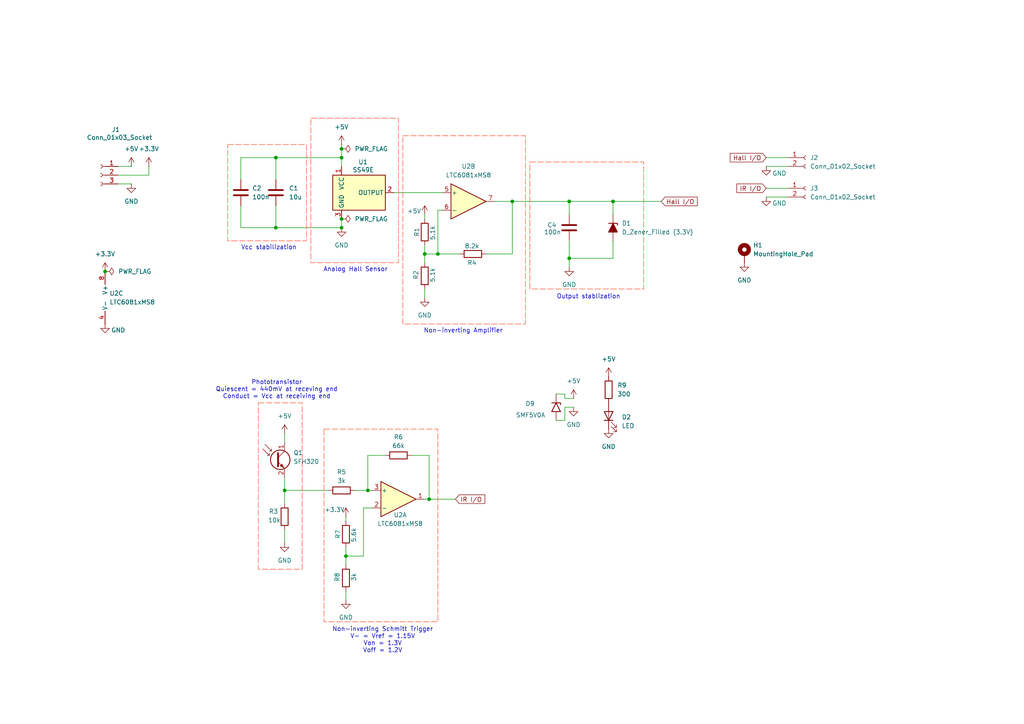
<source format=kicad_sch>
(kicad_sch (version 20250114) (generator "eeschema") (generator_version "9.0")
  (paper "A4")
  (lib_symbols
    (symbol "Amplifier_Operational:LTC6081xMS8" (pin_names (offset 0.127))
      (property "Reference" "U" (at 0 5.08 0))
      (property "Value" "LTC6081xMS8" (at 0 -5.08 0))
      (symbol "LTC6081xMS8_1_1"
        (polyline (pts (xy -5.08 5.08) (xy 5.08 0) (xy -5.08 -5.08) (xy -5.08 5.08)) (stroke (width 0.254)) (fill (type background)))
        (pin input line (at -7.62 2.54 0) (length 2.54) (name "+") (number "3"))
        (pin input line (at -7.62 -2.54 0) (length 2.54) (name "-") (number "2"))
        (pin output line (at 7.62 0 180) (length 2.54) (name "~") (number "1"))
      )
      (symbol "LTC6081xMS8_2_1"
        (polyline (pts (xy -5.08 5.08) (xy 5.08 0) (xy -5.08 -5.08) (xy -5.08 5.08)) (stroke (width 0.254)) (fill (type background)))
        (pin input line (at -7.62 2.54 0) (length 2.54) (name "+") (number "5"))
        (pin input line (at -7.62 -2.54 0) (length 2.54) (name "-") (number "6"))
        (pin output line (at 7.62 0 180) (length 2.54) (name "~") (number "7"))
      )
      (symbol "LTC6081xMS8_3_1"
        (pin power_in line (at -2.54 7.62 270) (length 3.81) (name "V+") (number "8"))
        (pin power_in line (at -2.54 -7.62 90) (length 3.81) (name "V-") (number "4"))
      )
    )
    (symbol "Connector:Conn_01x02_Socket" (pin_names (offset 1.016) (hide yes))
      (property "Reference" "J" (at 0 2.54 0))
      (property "Value" "Conn_01x02_Socket" (at 0 -5.08 0))
      (symbol "Conn_01x02_Socket_1_1"
        (polyline (pts (xy -1.27 0) (xy -0.508 0)) (stroke (width 0.1524)))
        (polyline (pts (xy -1.27 -2.54) (xy -0.508 -2.54)) (stroke (width 0.1524)))
        (arc (start 0 -0.508) (mid -0.5058 0) (end 0 0.508) (stroke (width 0.1524)))
        (arc (start 0 -3.048) (mid -0.5058 -2.54) (end 0 -2.032) (stroke (width 0.1524)))
        (pin passive line (at -5.08 0 0) (length 3.81) (name "Pin_1") (number "1"))
        (pin passive line (at -5.08 -2.54 0) (length 3.81) (name "Pin_2") (number "2"))
      )
    )
    (symbol "Connector:Conn_01x03_Socket" (pin_names (offset 1.016) (hide yes))
      (property "Reference" "J" (at 0 5.08 0))
      (property "Value" "Conn_01x03_Socket" (at 0 -5.08 0))
      (symbol "Conn_01x03_Socket_1_1"
        (polyline (pts (xy -1.27 2.54) (xy -0.508 2.54)) (stroke (width 0.1524)))
        (polyline (pts (xy -1.27 0) (xy -0.508 0)) (stroke (width 0.1524)))
        (polyline (pts (xy -1.27 -2.54) (xy -0.508 -2.54)) (stroke (width 0.1524)))
        (arc (start 0 2.032) (mid -0.5058 2.54) (end 0 3.048) (stroke (width 0.1524)))
        (arc (start 0 -0.508) (mid -0.5058 0) (end 0 0.508) (stroke (width 0.1524)))
        (arc (start 0 -3.048) (mid -0.5058 -2.54) (end 0 -2.032) (stroke (width 0.1524)))
        (pin passive line (at -5.08 2.54 0) (length 3.81) (name "Pin_1") (number "1"))
        (pin passive line (at -5.08 0 0) (length 3.81) (name "Pin_2") (number "2"))
        (pin passive line (at -5.08 -2.54 0) (length 3.81) (name "Pin_3") (number "3"))
      )
    )
    (symbol "Device:C" (pin_numbers (hide yes)) (pin_names (offset 0.254))
      (property "Reference" "C" (at 0.635 2.54 0))
      (property "Value" "C" (at 0.635 -2.54 0))
      (symbol "C_0_1"
        (polyline (pts (xy -2.032 0.762) (xy 2.032 0.762)) (stroke (width 0.508)))
        (polyline (pts (xy -2.032 -0.762) (xy 2.032 -0.762)) (stroke (width 0.508)))
      )
      (symbol "C_1_1"
        (pin passive line (at 0 3.81 270) (length 2.794) (name "~") (number "1"))
        (pin passive line (at 0 -3.81 90) (length 2.794) (name "~") (number "2"))
      )
    )
    (symbol "Device:D_Zener_Filled" (pin_numbers (hide yes)) (pin_names (offset 1.016) (hide yes))
      (property "Reference" "D" (at 0 2.54 0))
      (property "Value" "D_Zener_Filled" (at 0 -2.54 0))
      (symbol "D_Zener_Filled_0_1"
        (polyline (pts (xy -1.27 -1.27) (xy -1.27 1.27) (xy -0.762 1.27)) (stroke (width 0.254)))
        (polyline (pts (xy 1.27 0) (xy -1.27 0)))
        (polyline (pts (xy 1.27 -1.27) (xy 1.27 1.27) (xy -1.27 0) (xy 1.27 -1.27)) (stroke (width 0.254)) (fill (type outline)))
      )
      (symbol "D_Zener_Filled_1_1"
        (pin passive line (at -3.81 0 0) (length 2.54) (name "K") (number "1"))
        (pin passive line (at 3.81 0 180) (length 2.54) (name "A") (number "2"))
      )
    )
    (symbol "Device:LED" (pin_numbers (hide yes)) (pin_names (offset 1.016) (hide yes))
      (property "Reference" "D" (at 0 2.54 0))
      (property "Value" "LED" (at 0 -2.54 0))
      (symbol "LED_0_1"
        (polyline (pts (xy -3.048 -0.762) (xy -4.572 -2.286) (xy -3.81 -2.286) (xy -4.572 -2.286) (xy -4.572 -1.524)))
        (polyline (pts (xy -1.778 -0.762) (xy -3.302 -2.286) (xy -2.54 -2.286) (xy -3.302 -2.286) (xy -3.302 -1.524)))
        (polyline (pts (xy -1.27 0) (xy 1.27 0)))
        (polyline (pts (xy -1.27 -1.27) (xy -1.27 1.27)) (stroke (width 0.254)))
        (polyline (pts (xy 1.27 -1.27) (xy 1.27 1.27) (xy -1.27 0) (xy 1.27 -1.27)) (stroke (width 0.254)))
      )
      (symbol "LED_1_1"
        (pin passive line (at -3.81 0 0) (length 2.54) (name "K") (number "1"))
        (pin passive line (at 3.81 0 180) (length 2.54) (name "A") (number "2"))
      )
    )
    (symbol "Device:R" (pin_numbers (hide yes)) (pin_names (offset 0))
      (property "Reference" "R" (at 2.032 0 90))
      (property "Value" "R" (at 0 0 90))
      (symbol "R_0_1"
        (rectangle (start -1.016 -2.54) (end 1.016 2.54) (stroke (width 0.254)))
      )
      (symbol "R_1_1"
        (pin passive line (at 0 3.81 270) (length 1.27) (name "~") (number "1"))
        (pin passive line (at 0 -3.81 90) (length 1.27) (name "~") (number "2"))
      )
    )
    (symbol "Diode:SMF5V0A" (pin_numbers (hide yes)) (pin_names (offset 1.016) (hide yes))
      (property "Reference" "D" (at 0 2.54 0))
      (property "Value" "SMF5V0A" (at 0 -2.54 0))
      (symbol "SMF5V0A_0_1"
        (polyline (pts (xy -0.762 1.27) (xy -1.27 1.27) (xy -1.27 -1.27)) (stroke (width 0.254)))
        (polyline (pts (xy 1.27 1.27) (xy 1.27 -1.27) (xy -1.27 0) (xy 1.27 1.27)) (stroke (width 0.254)))
      )
      (symbol "SMF5V0A_1_1"
        (pin passive line (at -3.81 0 0) (length 2.54) (name "A1") (number "1"))
        (pin passive line (at 3.81 0 180) (length 2.54) (name "A2") (number "2"))
      )
    )
    (symbol "Mechanical:MountingHole_Pad" (pin_numbers (hide yes)) (pin_names (offset 1.016) (hide yes)) (in_bom no)
      (property "Reference" "H" (at 0 6.35 0))
      (property "Value" "MountingHole_Pad" (at 0 4.445 0))
      (symbol "MountingHole_Pad_0_1"
        (circle (center 0 1.27) (radius 1.27) (stroke (width 1.27)))
      )
      (symbol "MountingHole_Pad_1_1"
        (pin input line (at 0 -2.54 90) (length 2.54) (name "1") (number "1"))
      )
    )
    (symbol "Sensor_Magnetic:SM351LT"
      (property "Reference" "U" (at 5.08 8.89 0))
      (property "Value" "SM351LT" (at 2.54 6.35 0))
      (symbol "SM351LT_0_1"
        (rectangle (start 7.62 5.08) (end -7.62 -5.08) (stroke (width 0.254)) (fill (type background)))
      )
      (symbol "SM351LT_1_1"
        (pin power_in line (at -5.08 7.62 270) (length 2.54) (name "VCC") (number "1"))
        (pin power_in line (at -5.08 -7.62 90) (length 2.54) (name "GND") (number "3"))
        (pin output line (at 10.16 0 180) (length 2.54) (name "OUTPUT") (number "2"))
      )
    )
    (symbol "Sensor_Optical:SFH320" (pin_names (offset 0) (hide yes))
      (property "Reference" "Q" (at 5.08 1.27 0))
      (property "Value" "SFH320" (at 5.08 -1.27 0))
      (symbol "SFH320_0_1"
        (polyline (pts (xy -3.81 3.175) (xy -1.905 1.27) (xy -1.905 1.905)))
        (polyline (pts (xy -3.175 4.445) (xy -1.27 2.54) (xy -1.27 3.175)))
        (polyline (pts (xy -1.905 1.27) (xy -2.54 1.27)))
        (polyline (pts (xy -1.27 2.54) (xy -1.905 2.54)))
        (polyline (pts (xy 0.635 1.905) (xy 0.635 -1.905) (xy 0.635 -1.905)) (stroke (width 0.508)))
        (polyline (pts (xy 0.635 0.635) (xy 2.54 2.54)))
        (polyline (pts (xy 0.635 -0.635) (xy 2.54 -2.54) (xy 2.54 -2.54)))
        (circle (center 1.27 0) (radius 2.8194) (stroke (width 0.254)))
        (polyline (pts (xy 1.27 -1.778) (xy 1.778 -1.27) (xy 2.286 -2.286) (xy 1.27 -1.778) (xy 1.27 -1.778)) (fill (type outline)))
      )
      (symbol "SFH320_1_1"
        (pin passive line (at 2.54 5.08 270) (length 2.54) (name "C") (number "1"))
        (pin passive line (at 2.54 -5.08 90) (length 2.54) (name "E") (number "2"))
      )
    )
    (symbol "power:+3.3V" (power) (pin_numbers (hide yes)) (pin_names (offset 0) (hide yes))
      (property "Value" "+3.3V" (at 0 3.556 0))
      (symbol "+3.3V_0_1"
        (polyline (pts (xy -0.762 1.27) (xy 0 2.54)))
        (polyline (pts (xy 0 2.54) (xy 0.762 1.27)))
        (polyline (pts (xy 0 0) (xy 0 2.54)))
      )
      (symbol "+3.3V_1_1"
        (pin power_in line (at 0 0 90) (length 0) (name "~") (number "1"))
      )
    )
    (symbol "power:+5V" (power) (pin_numbers (hide yes)) (pin_names (offset 0) (hide yes))
      (property "Value" "+5V" (at 0 3.556 0))
      (symbol "+5V_0_1"
        (polyline (pts (xy -0.762 1.27) (xy 0 2.54)))
        (polyline (pts (xy 0 2.54) (xy 0.762 1.27)))
        (polyline (pts (xy 0 0) (xy 0 2.54)))
      )
      (symbol "+5V_1_1"
        (pin power_in line (at 0 0 90) (length 0) (name "~") (number "1"))
      )
    )
    (symbol "power:GND" (power) (pin_numbers (hide yes)) (pin_names (offset 0) (hide yes))
      (property "Value" "GND" (at 0 -3.81 0))
      (symbol "GND_0_1"
        (polyline (pts (xy 0 0) (xy 0 -1.27) (xy 1.27 -1.27) (xy 0 -2.54) (xy -1.27 -1.27) (xy 0 -1.27)))
      )
      (symbol "GND_1_1"
        (pin power_in line (at 0 0 270) (length 0) (name "~") (number "1"))
      )
    )
    (symbol "power:PWR_FLAG" (power) (pin_numbers (hide yes)) (pin_names (offset 0) (hide yes))
      (property "Value" "PWR_FLAG" (at 0 3.81 0))
      (symbol "PWR_FLAG_0_0"
        (pin power_out line (at 0 0 90) (length 0) (name "~") (number "1"))
      )
      (symbol "PWR_FLAG_0_1"
        (polyline (pts (xy 0 0) (xy 0 1.27) (xy -1.016 1.905) (xy 0 2.54) (xy 1.016 1.905) (xy 0 1.27)))
      )
    )
  )
  (rectangle (start 116.84 39.37) (end 152.4 93.98) (stroke (width 0) (type dash) (color 255 76 39 1)))
  (rectangle (start 74.93 116.84) (end 87.63 165.1) (stroke (width 0) (type dash) (color 255 76 39 1)))
  (rectangle (start 93.98 124.46) (end 127 180.34) (stroke (width 0) (type dash) (color 255 76 39 1)))
  (rectangle (start 66.04 41.91) (end 88.9 69.85) (stroke (width 0) (type dash) (color 255 76 39 1)))
  (rectangle (start 153.67 46.99) (end 186.69 83.82) (stroke (width 0) (type dash) (color 255 76 39 1)))
  (rectangle (start 90.17 34.29) (end 115.57 76.2) (stroke (width 0) (type dash) (color 255 76 39 1)))
  (text "Phototransistor\nQuiescent = 440mV at receving end\nConduct = Vcc at receiving end" (at 80.264 113.03 0) (effects (font (size 1.27 1.27))))
  (text "Output stablization" (at 170.688 86.106 0) (effects (font (size 1.27 1.27))))
  (text "Vcc stabilization" (at 77.978 71.882 0) (effects (font (size 1.27 1.27))))
  (text "Analog Hall Sensor" (at 103.124 78.232 0) (effects (font (size 1.27 1.27))))
  (text "Non-inverting Amplifier" (at 134.366 96.012 0) (effects (font (size 1.27 1.27))))
  (text "Non-inverting Schmitt Trigger\nV- = Vref = 1.15V\nVon = 1.3V\nVoff = 1.2V" (at 110.998 185.674 0) (effects (font (size 1.27 1.27))))
  (junction (at 165.1 58.42))
  (junction (at 99.06 45.72))
  (junction (at 80.01 45.72))
  (junction (at 106.68 142.24))
  (junction (at 99.06 43.18))
  (junction (at 148.59 58.42))
  (junction (at 99.06 66.04))
  (junction (at 123.19 73.66))
  (junction (at 124.46 144.78))
  (junction (at 99.06 63.5))
  (junction (at 82.55 142.24))
  (junction (at 177.8 58.42))
  (junction (at 165.1 74.93))
  (junction (at 100.33 161.29))
  (junction (at 127 73.66))
  (junction (at 30.48 78.74))
  (junction (at 80.01 66.04))
  (wire (pts (xy 123.19 144.78) (xy 124.46 144.78)))
  (wire (pts (xy 69.85 59.69) (xy 69.85 66.04)))
  (wire (pts (xy 222.25 48.26) (xy 228.6 48.26)))
  (wire (pts (xy 82.55 125.73) (xy 82.55 128.27)))
  (wire (pts (xy 123.19 71.12) (xy 123.19 73.66)))
  (wire (pts (xy 82.55 142.24) (xy 82.55 146.05)))
  (wire (pts (xy 69.85 45.72) (xy 80.01 45.72)))
  (wire (pts (xy 128.27 60.96) (xy 127 60.96)))
  (wire (pts (xy 140.97 73.66) (xy 148.59 73.66)))
  (wire (pts (xy 124.46 132.08) (xy 124.46 144.78)))
  (wire (pts (xy 127 73.66) (xy 123.19 73.66)))
  (wire (pts (xy 177.8 69.85) (xy 177.8 74.93)))
  (wire (pts (xy 80.01 59.69) (xy 80.01 66.04)))
  (wire (pts (xy 222.25 57.15) (xy 228.6 57.15)))
  (wire (pts (xy 161.29 121.92) (xy 163.83 121.92)))
  (wire (pts (xy 99.06 41.91) (xy 99.06 43.18)))
  (wire (pts (xy 165.1 58.42) (xy 165.1 62.23)))
  (wire (pts (xy 100.33 158.75) (xy 100.33 161.29)))
  (wire (pts (xy 69.85 52.07) (xy 69.85 45.72)))
  (wire (pts (xy 80.01 66.04) (xy 99.06 66.04)))
  (wire (pts (xy 82.55 138.43) (xy 82.55 142.24)))
  (wire (pts (xy 107.95 147.32) (xy 105.41 147.32)))
  (wire (pts (xy 177.8 58.42) (xy 191.77 58.42)))
  (wire (pts (xy 43.18 50.8) (xy 43.18 48.26)))
  (wire (pts (xy 106.68 132.08) (xy 106.68 142.24)))
  (wire (pts (xy 177.8 62.23) (xy 177.8 58.42)))
  (wire (pts (xy 102.87 142.24) (xy 106.68 142.24)))
  (wire (pts (xy 148.59 73.66) (xy 148.59 58.42)))
  (wire (pts (xy 161.29 114.3) (xy 163.83 114.3)))
  (wire (pts (xy 124.46 144.78) (xy 132.08 144.78)))
  (wire (pts (xy 165.1 74.93) (xy 165.1 77.47)))
  (wire (pts (xy 82.55 142.24) (xy 95.25 142.24)))
  (wire (pts (xy 148.59 58.42) (xy 165.1 58.42)))
  (wire (pts (xy 34.29 48.26) (xy 38.1 48.26)))
  (wire (pts (xy 100.33 161.29) (xy 105.41 161.29)))
  (wire (pts (xy 111.76 132.08) (xy 106.68 132.08)))
  (wire (pts (xy 123.19 62.23) (xy 123.19 63.5)))
  (wire (pts (xy 34.29 50.8) (xy 43.18 50.8)))
  (wire (pts (xy 163.83 115.57) (xy 166.37 115.57)))
  (wire (pts (xy 99.06 63.5) (xy 99.06 66.04)))
  (wire (pts (xy 69.85 66.04) (xy 80.01 66.04)))
  (wire (pts (xy 163.83 118.11) (xy 166.37 118.11)))
  (wire (pts (xy 100.33 161.29) (xy 100.33 163.83)))
  (wire (pts (xy 114.3 55.88) (xy 128.27 55.88)))
  (wire (pts (xy 163.83 114.3) (xy 163.83 115.57)))
  (wire (pts (xy 165.1 58.42) (xy 177.8 58.42)))
  (wire (pts (xy 127 73.66) (xy 133.35 73.66)))
  (wire (pts (xy 165.1 74.93) (xy 177.8 74.93)))
  (wire (pts (xy 105.41 147.32) (xy 105.41 161.29)))
  (wire (pts (xy 222.25 54.61) (xy 228.6 54.61)))
  (wire (pts (xy 119.38 132.08) (xy 124.46 132.08)))
  (wire (pts (xy 143.51 58.42) (xy 148.59 58.42)))
  (wire (pts (xy 123.19 73.66) (xy 123.19 76.2)))
  (wire (pts (xy 222.25 45.72) (xy 228.6 45.72)))
  (wire (pts (xy 127 60.96) (xy 127 73.66)))
  (wire (pts (xy 163.83 121.92) (xy 163.83 118.11)))
  (wire (pts (xy 80.01 52.07) (xy 80.01 45.72)))
  (wire (pts (xy 82.55 153.67) (xy 82.55 157.48)))
  (wire (pts (xy 106.68 142.24) (xy 107.95 142.24)))
  (wire (pts (xy 99.06 45.72) (xy 99.06 48.26)))
  (wire (pts (xy 80.01 45.72) (xy 99.06 45.72)))
  (wire (pts (xy 100.33 149.86) (xy 100.33 151.13)))
  (wire (pts (xy 34.29 53.34) (xy 38.1 53.34)))
  (wire (pts (xy 123.19 83.82) (xy 123.19 86.36)))
  (wire (pts (xy 99.06 43.18) (xy 99.06 45.72)))
  (wire (pts (xy 165.1 69.85) (xy 165.1 74.93)))
  (wire (pts (xy 100.33 171.45) (xy 100.33 173.99)))
  (global_label "Hall I{slash}O" (shape input) (at 191.77 58.42 0) (property "Intersheetrefs" "${INTERSHEET_REFS}" (effects (hide yes))))
  (global_label "Hall I{slash}O" (shape input) (at 222.25 45.72 180) (property "Intersheetrefs" "${INTERSHEET_REFS}" (effects (hide yes))))
  (global_label "IR I{slash}O" (shape input) (at 132.08 144.78 0) (property "Intersheetrefs" "${INTERSHEET_REFS}" (effects (hide yes))))
  (global_label "IR I{slash}O" (shape input) (at 222.25 54.61 180) (property "Intersheetrefs" "${INTERSHEET_REFS}" (effects (hide yes))))
  (symbol (lib_id "Amplifier_Operational:LTC6081xMS8") (at 115.57 144.78 0) (unit 1)
    (property "Reference" "U2" (at 116.078 149.352 0))
    (property "Value" "LTC6081xMS8" (at 116.078 151.892 0))
    (property "Footprint" "Package_SO:MSOP-8-1EP_3x3mm_P0.65mm_EP1.68x1.88mm" (effects (hide yes)))
    (property "Datasheet" "https://www.analog.com/media/en/technical-documentation/data-sheets/60812fd.pdf" (effects (hide yes)))
    (property "Description" "Precision Dual CMOS Rail-to-Rail Input/Output Amplifiers, MSOP-8" (effects (hide yes)))
  )
  (symbol (lib_id "power:GND") (at 123.19 86.36 0) (unit 1)
    (property "Reference" "#PWR018" (effects (hide yes)))
    (property "Value" "GND" (at 123.19 91.44 0))
    (property "Description" "Power symbol creates a global label with name \"GND\" , ground" (effects (hide yes)))
  )
  (symbol (lib_id "power:+3.3V") (at 43.18 48.26 0) (unit 1)
    (property "Reference" "#PWR012" (effects (hide yes)))
    (property "Value" "+3.3V" (at 43.18 43.18 0))
    (property "Description" "Power symbol creates a global label with name \"+3.3V\"" (effects (hide yes)))
  )
  (symbol (lib_id "power:GND") (at 99.06 66.04 0) (unit 1)
    (property "Reference" "#PWR02" (effects (hide yes)))
    (property "Value" "GND" (at 99.06 71.12 0))
    (property "Description" "Power symbol creates a global label with name \"GND\" , ground" (effects (hide yes)))
  )
  (symbol (lib_id "power:PWR_FLAG") (at 99.06 63.5 270) (unit 1)
    (property "Reference" "#FLG02" (effects (hide yes)))
    (property "Value" "PWR_FLAG" (at 102.87 63.4999 90) (effects (justify left)))
    (property "Description" "Special symbol for telling ERC where power comes from" (effects (hide yes)))
  )
  (symbol (lib_id "power:PWR_FLAG") (at 30.48 78.74 270) (unit 1)
    (property "Reference" "#FLG03" (effects (hide yes)))
    (property "Value" "PWR_FLAG" (at 34.29 78.7399 90) (effects (justify left)))
    (property "Description" "Special symbol for telling ERC where power comes from" (effects (hide yes)))
  )
  (symbol (lib_id "power:GND") (at 82.55 157.48 0) (unit 1)
    (property "Reference" "#PWR04" (effects (hide yes)))
    (property "Value" "GND" (at 82.55 162.56 0))
    (property "Description" "Power symbol creates a global label with name \"GND\" , ground" (effects (hide yes)))
  )
  (symbol (lib_id "Diode:SMF5V0A") (at 161.29 118.11 270) (unit 1)
    (property "Reference" "D9" (at 152.4 117.094 90) (effects (justify left)))
    (property "Value" "SMF5V0A" (at 149.606 120.396 90) (effects (justify left)))
    (property "Footprint" "Diode_SMD:D_SMF" (effects (hide yes)))
    (property "Datasheet" "https://www.vishay.com/doc?85881" (effects (hide yes)))
    (property "Description" "200W unidirectional Transil Transient Voltage Suppressor, 5Vrwm, SMF" (effects (hide yes)))
  )
  (symbol (lib_id "Device:C") (at 80.01 55.88 0) (unit 1)
    (property "Reference" "C1" (at 83.82 54.6099 0) (effects (justify left)))
    (property "Value" "10u" (at 83.82 57.1499 0) (effects (justify left)))
    (property "Footprint" "Capacitor_SMD:C_0603_1608Metric_Pad1.08x0.95mm_HandSolder" (effects (hide yes)))
    (property "Description" "Unpolarized capacitor" (effects (hide yes)))
  )
  (symbol (lib_id "power:GND") (at 165.1 77.47 0) (unit 1)
    (property "Reference" "#PWR06" (effects (hide yes)))
    (property "Value" "GND" (at 165.1 82.55 0))
    (property "Description" "Power symbol creates a global label with name \"GND\" , ground" (effects (hide yes)))
  )
  (symbol (lib_id "Device:R") (at 99.06 142.24 90) (unit 1)
    (property "Reference" "R5" (at 99.06 136.906 90))
    (property "Value" "3k" (at 99.06 139.446 90))
    (property "Footprint" "Resistor_SMD:R_0603_1608Metric_Pad0.98x0.95mm_HandSolder" (effects (hide yes)))
    (property "Description" "Resistor" (effects (hide yes)))
  )
  (symbol (lib_id "power:+5V") (at 38.1 48.26 0) (unit 1)
    (property "Reference" "#PWR011" (effects (hide yes)))
    (property "Value" "+5V" (at 38.1 43.18 0))
    (property "Description" "Power symbol creates a global label with name \"+5V\"" (effects (hide yes)))
  )
  (symbol (lib_id "power:+5V") (at 166.37 115.57 0) (unit 1)
    (property "Reference" "#PWR058" (effects (hide yes)))
    (property "Value" "+5V" (at 166.37 110.49 0))
  )
  (symbol (lib_id "power:GND") (at 215.9 76.2 0) (unit 1)
    (property "Reference" "#PWR014" (effects (hide yes)))
    (property "Value" "GND" (at 215.9 81.28 0))
    (property "Description" "Power symbol creates a global label with name \"GND\" , ground" (effects (hide yes)))
  )
  (symbol (lib_id "Connector:Conn_01x02_Socket") (at 233.68 54.61 0) (unit 1)
    (property "Reference" "J3" (at 234.95 54.6099 0) (effects (justify left)))
    (property "Value" "Conn_01x02_Socket" (at 234.95 57.1499 0) (effects (justify left)))
    (property "Footprint" "Connector_Coaxial:U.FL_Molex_MCRF_73412-0110_Vertical" (effects (hide yes)))
    (property "Description" "Generic connector, single row, 01x02, script generated" (effects (hide yes)))
  )
  (symbol (lib_id "Amplifier_Operational:LTC6081xMS8") (at 135.89 58.42 0) (unit 2)
    (property "Reference" "U2" (at 135.89 48.26 0))
    (property "Value" "LTC6081xMS8" (at 135.89 50.8 0))
    (property "Footprint" "Package_SO:MSOP-8-1EP_3x3mm_P0.65mm_EP1.68x1.88mm" (effects (hide yes)))
    (property "Datasheet" "https://www.analog.com/media/en/technical-documentation/data-sheets/60812fd.pdf" (effects (hide yes)))
    (property "Description" "Precision Dual CMOS Rail-to-Rail Input/Output Amplifiers, MSOP-8" (effects (hide yes)))
  )
  (symbol (lib_id "Device:C") (at 165.1 66.04 0) (unit 1)
    (property "Reference" "C4" (at 158.75 65.278 0) (effects (justify left)))
    (property "Value" "100n" (at 157.734 67.31 0) (effects (justify left)))
    (property "Footprint" "Capacitor_SMD:C_0603_1608Metric_Pad1.08x0.95mm_HandSolder" (effects (hide yes)))
    (property "Description" "Unpolarized capacitor" (effects (hide yes)))
  )
  (symbol (lib_id "power:+5V") (at 176.53 109.22 0) (unit 1)
    (property "Reference" "#PWR059" (effects (hide yes)))
    (property "Value" "+5V" (at 176.53 104.14 0))
  )
  (symbol (lib_id "power:GND") (at 176.53 124.46 0) (unit 1)
    (property "Reference" "#PWR023" (effects (hide yes)))
    (property "Value" "GND" (at 176.53 129.54 0))
    (property "Description" "Power symbol creates a global label with name \"GND\" , ground" (effects (hide yes)))
  )
  (symbol (lib_id "power:GND") (at 166.37 118.11 0) (unit 1)
    (property "Reference" "#PWR022" (effects (hide yes)))
    (property "Value" "GND" (at 166.37 123.19 0))
    (property "Description" "Power symbol creates a global label with name \"GND\" , ground" (effects (hide yes)))
  )
  (symbol (lib_id "Sensor_Optical:SFH320") (at 80.01 133.35 0) (unit 1)
    (property "Reference" "Q1" (at 85.09 131.3306 0) (effects (justify left)))
    (property "Value" "SFH320" (at 85.09 133.8706 0) (effects (justify left)))
    (property "Footprint" "LED_SMD:LED_PLCC-2_3.4x3.0mm_KA" (effects (hide yes)))
    (property "Datasheet" "https://look.ams-osram.com/m/5397c5d8583a26cf/original/SFH-320.pdf" (effects (hide yes)))
    (property "Description" "Silicon NPN Phototransistor, PLCC-2" (effects (hide yes)))
  )
  (symbol (lib_id "power:GND") (at 222.25 57.15 0) (unit 1)
    (property "Reference" "#PWR015" (effects (hide yes)))
    (property "Value" "GND" (at 226.06 58.928 0))
    (property "Description" "Power symbol creates a global label with name \"GND\" , ground" (effects (hide yes)))
  )
  (symbol (lib_id "power:PWR_FLAG") (at 99.06 43.18 270) (unit 1)
    (property "Reference" "#FLG01" (effects (hide yes)))
    (property "Value" "PWR_FLAG" (at 102.87 43.1799 90) (effects (justify left)))
    (property "Description" "Special symbol for telling ERC where power comes from" (effects (hide yes)))
  )
  (symbol (lib_id "power:GND") (at 30.48 93.98 0) (unit 1)
    (property "Reference" "#PWR07" (effects (hide yes)))
    (property "Value" "GND" (at 34.29 95.758 0))
    (property "Description" "Power symbol creates a global label with name \"GND\" , ground" (effects (hide yes)))
  )
  (symbol (lib_id "power:+5V") (at 82.55 125.73 0) (unit 1)
    (property "Reference" "#PWR03" (effects (hide yes)))
    (property "Value" "+5V" (at 82.55 120.65 0))
    (property "Description" "Power symbol creates a global label with name \"+5V\"" (effects (hide yes)))
  )
  (symbol (lib_id "power:GND") (at 100.33 173.99 0) (unit 1)
    (property "Reference" "#PWR09" (effects (hide yes)))
    (property "Value" "GND" (at 100.33 179.07 0))
    (property "Description" "Power symbol creates a global label with name \"GND\" , ground" (effects (hide yes)))
  )
  (symbol (lib_id "Device:R") (at 100.33 154.94 180) (unit 1)
    (property "Reference" "R7" (at 98.044 154.94 90))
    (property "Value" "5.6k" (at 102.616 155.194 90))
    (property "Footprint" "Resistor_SMD:R_0603_1608Metric_Pad0.98x0.95mm_HandSolder" (effects (hide yes)))
    (property "Description" "Resistor" (effects (hide yes)))
  )
  (symbol (lib_id "Device:D_Zener_Filled") (at 177.8 66.04 270) (unit 1)
    (property "Reference" "D1" (at 180.34 64.7699 90) (effects (justify left)))
    (property "Value" "D_Zener_Filled (3.3V)" (at 180.34 67.3099 90) (effects (justify left)))
    (property "Footprint" "Diode_SMD:D_SOD-123" (effects (hide yes)))
    (property "Description" "Zener diode, filled shape" (effects (hide yes)))
  )
  (symbol (lib_id "Mechanical:MountingHole_Pad") (at 215.9 73.66 0) (unit 1) (in_bom no)
    (property "Reference" "H1" (at 218.44 71.1199 0) (effects (justify left)))
    (property "Value" "MountingHole_Pad" (at 218.44 73.6599 0) (effects (justify left)))
    (property "Footprint" "MountingHole:MountingHole_3.2mm_M3_DIN965_Pad" (effects (hide yes)))
    (property "Description" "Mounting Hole with connection" (effects (hide yes)))
  )
  (symbol (lib_id "Sensor_Magnetic:SM351LT") (at 104.14 55.88 0) (unit 1)
    (property "Reference" "U1" (at 106.68 46.99 0) (effects (justify right)))
    (property "Value" "SS49E" (at 108.458 49.276 0) (effects (justify right)))
    (property "Footprint" "Package_TO_SOT_SMD:SOT-23" (effects (hide yes)))
    (property "Datasheet" "https://sensing.honeywell.com/honeywell-sensing-nanopower-series-product-sheet-50095501-a-en.pdf" (effects (hide yes)))
    (property "Description" "Hall Effect Switch, SOT-23" (effects (hide yes)))
  )
  (symbol (lib_id "power:+3.3V") (at 30.48 78.74 0) (unit 1)
    (property "Reference" "#PWR05" (effects (hide yes)))
    (property "Value" "+3.3V" (at 30.48 73.66 0))
    (property "Description" "Power symbol creates a global label with name \"+3.3V\"" (effects (hide yes)))
  )
  (symbol (lib_id "power:+5V") (at 99.06 41.91 0) (unit 1)
    (property "Reference" "#PWR01" (effects (hide yes)))
    (property "Value" "+5V" (at 99.06 36.83 0))
    (property "Description" "Power symbol creates a global label with name \"+5V\"" (effects (hide yes)))
  )
  (symbol (lib_id "Device:R") (at 82.55 149.86 0) (unit 1)
    (property "Reference" "R3" (at 77.978 148.336 0) (effects (justify left)))
    (property "Value" "10k" (at 77.724 150.876 0) (effects (justify left)))
    (property "Footprint" "Resistor_SMD:R_0603_1608Metric_Pad0.98x0.95mm_HandSolder" (effects (hide yes)))
    (property "Description" "Resistor" (effects (hide yes)))
  )
  (symbol (lib_id "power:+5V") (at 123.19 62.23 0) (unit 1)
    (property "Reference" "#PWR017" (effects (hide yes)))
    (property "Value" "+5V" (at 120.142 61.214 0))
    (property "Description" "Power symbol creates a global label with name \"+5V\"" (effects (hide yes)))
  )
  (symbol (lib_id "Device:C") (at 69.85 55.88 0) (unit 1)
    (property "Reference" "C2" (at 73.152 54.61 0) (effects (justify left)))
    (property "Value" "100n" (at 73.152 57.15 0) (effects (justify left)))
    (property "Footprint" "Capacitor_SMD:C_0603_1608Metric_Pad1.08x0.95mm_HandSolder" (effects (hide yes)))
    (property "Description" "Unpolarized capacitor" (effects (hide yes)))
  )
  (symbol (lib_id "Device:R") (at 123.19 67.31 180) (unit 1)
    (property "Reference" "R1" (at 120.904 67.31 90))
    (property "Value" "5.1k" (at 125.476 67.564 90))
    (property "Footprint" "Resistor_SMD:R_0603_1608Metric_Pad0.98x0.95mm_HandSolder" (effects (hide yes)))
    (property "Description" "Resistor" (effects (hide yes)))
  )
  (symbol (lib_id "power:+3.3V") (at 100.33 149.86 0) (unit 1)
    (property "Reference" "#PWR08" (effects (hide yes)))
    (property "Value" "+3.3V" (at 97.028 147.828 0))
    (property "Description" "Power symbol creates a global label with name \"+3.3V\"" (effects (hide yes)))
  )
  (symbol (lib_id "Amplifier_Operational:LTC6081xMS8") (at 33.02 86.36 0) (unit 3)
    (property "Reference" "U2" (at 31.75 85.0899 0) (effects (justify left)))
    (property "Value" "LTC6081xMS8" (at 31.75 87.6299 0) (effects (justify left)))
    (property "Footprint" "Package_SO:MSOP-8-1EP_3x3mm_P0.65mm_EP1.68x1.88mm" (effects (hide yes)))
    (property "Datasheet" "https://www.analog.com/media/en/technical-documentation/data-sheets/60812fd.pdf" (effects (hide yes)))
    (property "Description" "Precision Dual CMOS Rail-to-Rail Input/Output Amplifiers, MSOP-8" (effects (hide yes)))
  )
  (symbol (lib_id "power:GND") (at 222.25 48.26 0) (unit 1)
    (property "Reference" "#PWR016" (effects (hide yes)))
    (property "Value" "GND" (at 226.06 50.292 0))
    (property "Description" "Power symbol creates a global label with name \"GND\" , ground" (effects (hide yes)))
  )
  (symbol (lib_id "Device:R") (at 176.53 113.03 0) (unit 1)
    (property "Reference" "R9" (at 179.07 111.7599 0) (effects (justify left)))
    (property "Value" "300" (at 179.07 114.2999 0) (effects (justify left)))
    (property "Footprint" "Resistor_SMD:R_0603_1608Metric_Pad0.98x0.95mm_HandSolder" (effects (hide yes)))
    (property "Description" "Resistor" (effects (hide yes)))
  )
  (symbol (lib_id "power:GND") (at 38.1 53.34 0) (unit 1)
    (property "Reference" "#PWR013" (effects (hide yes)))
    (property "Value" "GND" (at 38.1 58.42 0))
    (property "Description" "Power symbol creates a global label with name \"GND\" , ground" (effects (hide yes)))
  )
  (symbol (lib_id "Connector:Conn_01x02_Socket") (at 233.68 45.72 0) (unit 1)
    (property "Reference" "J2" (at 234.95 45.7199 0) (effects (justify left)))
    (property "Value" "Conn_01x02_Socket" (at 234.95 48.2599 0) (effects (justify left)))
    (property "Footprint" "Connector_Coaxial:U.FL_Molex_MCRF_73412-0110_Vertical" (effects (hide yes)))
    (property "Description" "Generic connector, single row, 01x02, script generated" (effects (hide yes)))
  )
  (symbol (lib_id "Device:R") (at 115.57 132.08 90) (unit 1)
    (property "Reference" "R6" (at 115.57 126.746 90))
    (property "Value" "66k" (at 115.57 129.286 90))
    (property "Footprint" "Resistor_SMD:R_0603_1608Metric_Pad0.98x0.95mm_HandSolder" (effects (hide yes)))
    (property "Description" "Resistor" (effects (hide yes)))
  )
  (symbol (lib_id "Device:R") (at 123.19 80.01 180) (unit 1)
    (property "Reference" "R2" (at 120.65 79.756 90))
    (property "Value" "5.1k" (at 125.476 79.756 90))
    (property "Footprint" "Resistor_SMD:R_0603_1608Metric_Pad0.98x0.95mm_HandSolder" (effects (hide yes)))
    (property "Description" "Resistor" (effects (hide yes)))
  )
  (symbol (lib_id "Connector:Conn_01x03_Socket") (at 29.21 50.8 0) (mirror y) (unit 1)
    (property "Reference" "J1" (at 34.798 37.592 0) (effects (justify left)))
    (property "Value" "Conn_01x03_Socket" (at 44.196 39.878 0) (effects (justify left)))
    (property "Footprint" "Connector_JST:JST_GH_BM03B-GHS-TBT_1x03-1MP_P1.25mm_Vertical" (effects (hide yes)))
    (property "Description" "Generic connector, single row, 01x03, script generated" (effects (hide yes)))
  )
  (symbol (lib_id "Device:R") (at 100.33 167.64 180) (unit 1)
    (property "Reference" "R8" (at 97.79 167.386 90))
    (property "Value" "3k" (at 102.616 167.386 90))
    (property "Footprint" "Resistor_SMD:R_0603_1608Metric_Pad0.98x0.95mm_HandSolder" (effects (hide yes)))
    (property "Description" "Resistor" (effects (hide yes)))
  )
  (symbol (lib_id "Device:LED") (at 176.53 120.65 90) (unit 1)
    (property "Reference" "D2" (at 180.34 120.9674 90) (effects (justify right)))
    (property "Value" "LED" (at 180.34 123.5074 90) (effects (justify right)))
    (property "Footprint" "LED_SMD:LED_0603_1608Metric_Pad1.05x0.95mm_HandSolder" (effects (hide yes)))
    (property "Description" "Light emitting diode" (effects (hide yes)))
    (property "Sim.Pins" "1=K 2=A" (effects (hide yes)))
  )
  (symbol (lib_id "Device:R") (at 137.16 73.66 270) (unit 1)
    (property "Reference" "R4" (at 136.906 76.2 90))
    (property "Value" "8.2k" (at 136.906 71.374 90))
    (property "Footprint" "Resistor_SMD:R_0603_1608Metric_Pad0.98x0.95mm_HandSolder" (effects (hide yes)))
    (property "Description" "Resistor" (effects (hide yes)))
  )
)
</source>
